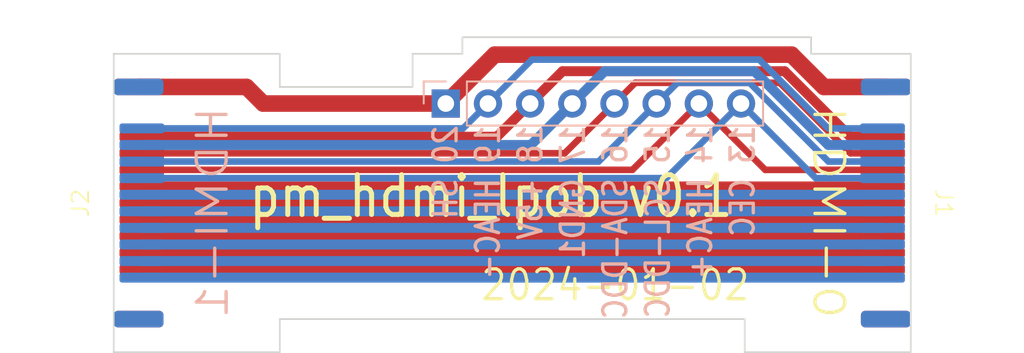
<source format=kicad_pcb>
(kicad_pcb (version 20221018) (generator pcbnew)
  (title_block (title "pm_hdmi_lpob_pcb") (date "2024-01-02") (rev "v0.1") (company "fm-elpac"))
  (layers (0 "F.Cu" signal) (31 "B.Cu" signal) (34 "B.Paste" user) (35 "F.Paste" user) (36 "B.SilkS" user "B.Silkscreen") (37 "F.SilkS" user "F.Silkscreen") (38 "B.Mask" user) (39 "F.Mask" user) (44 "Edge.Cuts" user))
  (net 0 "")
  (net 1 "Net-(J1-D2+)")
  (net 2 "Net-(J1-D2S)")
  (net 3 "Net-(J1-D2-)")
  (net 4 "Net-(J1-D1+)")
  (net 5 "Net-(J1-D1S)")
  (net 6 "Net-(J1-D1-)")
  (net 7 "Net-(J1-D0+)")
  (net 8 "Net-(J1-D0S)")
  (net 9 "Net-(J1-D0-)")
  (net 10 "Net-(J1-CK+)")
  (net 11 "Net-(J1-CKS)")
  (net 12 "Net-(J1-CK-)")
  (net 13 "/P13")
  (net 14 "/P14")
  (net 15 "/P15")
  (net 16 "/P16")
  (net 17 "/P17")
  (net 18 "/P18")
  (net 19 "/P19")
  (net 20 "GND")
  (footprint "hdmi_a:hdmi_a_0" (layer "F.Cu") (at 108 123 -90)
    (fp_text reference "J1" (at 0 -2 -90 unlocked) (layer "F.SilkS") (effects (font (thickness 0.1))))
    (fp_text value "HDMI_A_1.4")
    (pad "1" smd roundrect (at 4.5 1.7 270) (size 0.6 2.7) (layers "B.Cu" "B.Paste" "B.Mask") (net 1 "Net-(J1-D2+)"))
    (pad "2" smd roundrect (at 4 1.7 270) (size 0.6 2.7) (layers "F.Cu" "F.Paste" "F.Mask") (net 2 "Net-(J1-D2S)"))
    (pad "3" smd roundrect (at 3.5 1.7 270) (size 0.6 2.7) (layers "B.Cu" "B.Paste" "B.Mask") (net 3 "Net-(J1-D2-)"))
    (pad "4" smd roundrect (at 3 1.7 270) (size 0.6 2.7) (layers "F.Cu" "F.Paste" "F.Mask") (net 4 "Net-(J1-D1+)"))
    (pad "5" smd roundrect (at 2.5 1.7 270) (size 0.6 2.7) (layers "B.Cu" "B.Paste" "B.Mask") (net 5 "Net-(J1-D1S)"))
    (pad "6" smd roundrect (at 2 1.7 270) (size 0.6 2.7) (layers "F.Cu" "F.Paste" "F.Mask") (net 6 "Net-(J1-D1-)"))
    (pad "7" smd roundrect (at 1.5 1.7 270) (size 0.6 2.7) (layers "B.Cu" "B.Paste" "B.Mask") (net 7 "Net-(J1-D0+)"))
    (pad "8" smd roundrect (at 1 1.7 270) (size 0.6 2.7) (layers "F.Cu" "F.Paste" "F.Mask") (net 8 "Net-(J1-D0S)"))
    (pad "9" smd roundrect (at 0.5 1.7 270) (size 0.6 2.7) (layers "B.Cu" "B.Paste" "B.Mask") (net 9 "Net-(J1-D0-)"))
    (pad "10" smd roundrect (at 0 1.7 270) (size 0.6 2.7) (layers "F.Cu" "F.Paste" "F.Mask") (net 10 "Net-(J1-CK+)"))
    (pad "11" smd roundrect (at -0.5 1.7 270) (size 0.6 2.7) (layers "B.Cu" "B.Paste" "B.Mask") (net 11 "Net-(J1-CKS)"))
    (pad "12" smd roundrect (at -1 1.7 270) (size 0.6 2.7) (layers "F.Cu" "F.Paste" "F.Mask") (net 12 "Net-(J1-CK-)"))
    (pad "13" smd roundrect (at -1.5 1.7 270) (size 0.6 2.7) (layers "B.Cu" "B.Paste" "B.Mask") (net 13 "/P13"))
    (pad "14" smd roundrect (at -2 1.7 270) (size 0.6 2.7) (layers "F.Cu" "F.Paste" "F.Mask") (net 14 "/P14"))
    (pad "15" smd roundrect (at -2.5 1.7 270) (size 0.6 2.7) (layers "B.Cu" "B.Paste" "B.Mask") (net 15 "/P15"))
    (pad "16" smd roundrect (at -3 1.7 270) (size 0.6 2.7) (layers "F.Cu" "F.Paste" "F.Mask") (net 16 "/P16"))
    (pad "17" smd roundrect (at -3.5 1.7 270) (size 0.6 2.7) (layers "B.Cu" "B.Paste" "B.Mask") (net 17 "/P17"))
    (pad "18" smd roundrect (at -4 1.7 270) (size 0.6 2.7) (layers "F.Cu" "F.Paste" "F.Mask") (net 18 "/P18"))
    (pad "19" smd roundrect (at -4.5 1.7 270) (size 0.6 2.7) (layers "B.Cu" "B.Paste" "B.Mask") (net 19 "/P19"))
    (pad "SH" smd roundrect (at -7 1.5 270) (size 1 3) (layers "F.Cu" "F.Paste" "F.Mask") (net 20 "GND"))
    (pad "SH" smd roundrect (at -7 1.5 270) (size 1 3) (layers "B.Cu" "B.Paste" "B.Mask") (net 20 "GND"))
    (pad "SH" smd roundrect (at 7 1.5 270) (size 1 3) (layers "F.Cu" "F.Paste" "F.Mask") (net 20 "GND"))
    (pad "SH" smd roundrect (at 7 1.5 270) (size 1 3) (layers "B.Cu" "B.Paste" "B.Mask") (net 20 "GND"))
  )
  (footprint "hdmi_a:hdmi_a_1" (layer "F.Cu") (at 60 123 90)
    (fp_text reference "J2" (at 0 -2 90 unlocked) (layer "F.SilkS") (effects (font (thickness 0.1))))
    (fp_text value "HDMI_A_1.4")
    (pad "1" smd roundrect (at -4.5 1.7 90) (size 0.6 2.7) (layers "B.Cu" "B.Paste" "B.Mask") (net 1 "Net-(J1-D2+)"))
    (pad "2" smd roundrect (at -4 1.7 90) (size 0.6 2.7) (layers "F.Cu" "F.Paste" "F.Mask") (net 2 "Net-(J1-D2S)"))
    (pad "3" smd roundrect (at -3.5 1.7 90) (size 0.6 2.7) (layers "B.Cu" "B.Paste" "B.Mask") (net 3 "Net-(J1-D2-)"))
    (pad "4" smd roundrect (at -3 1.7 90) (size 0.6 2.7) (layers "F.Cu" "F.Paste" "F.Mask") (net 4 "Net-(J1-D1+)"))
    (pad "5" smd roundrect (at -2.5 1.7 90) (size 0.6 2.7) (layers "B.Cu" "B.Paste" "B.Mask") (net 5 "Net-(J1-D1S)"))
    (pad "6" smd roundrect (at -2 1.7 90) (size 0.6 2.7) (layers "F.Cu" "F.Paste" "F.Mask") (net 6 "Net-(J1-D1-)"))
    (pad "7" smd roundrect (at -1.5 1.7 90) (size 0.6 2.7) (layers "B.Cu" "B.Paste" "B.Mask") (net 7 "Net-(J1-D0+)"))
    (pad "8" smd roundrect (at -1 1.7 90) (size 0.6 2.7) (layers "F.Cu" "F.Paste" "F.Mask") (net 8 "Net-(J1-D0S)"))
    (pad "9" smd roundrect (at -0.5 1.7 90) (size 0.6 2.7) (layers "B.Cu" "B.Paste" "B.Mask") (net 9 "Net-(J1-D0-)"))
    (pad "10" smd roundrect (at 0 1.7 90) (size 0.6 2.7) (layers "F.Cu" "F.Paste" "F.Mask") (net 10 "Net-(J1-CK+)"))
    (pad "11" smd roundrect (at 0.5 1.7 90) (size 0.6 2.7) (layers "B.Cu" "B.Paste" "B.Mask") (net 11 "Net-(J1-CKS)"))
    (pad "12" smd roundrect (at 1 1.7 90) (size 0.6 2.7) (layers "F.Cu" "F.Paste" "F.Mask") (net 12 "Net-(J1-CK-)"))
    (pad "13" smd roundrect (at 1.5 1.7 90) (size 0.6 2.7) (layers "B.Cu" "B.Paste" "B.Mask") (net 13 "/P13"))
    (pad "14" smd roundrect (at 2 1.7 90) (size 0.6 2.7) (layers "F.Cu" "F.Paste" "F.Mask") (net 14 "/P14"))
    (pad "15" smd roundrect (at 2.5 1.7 90) (size 0.6 2.7) (layers "B.Cu" "B.Paste" "B.Mask") (net 15 "/P15"))
    (pad "16" smd roundrect (at 3 1.7 90) (size 0.6 2.7) (layers "F.Cu" "F.Paste" "F.Mask") (net 16 "/P16"))
    (pad "17" smd roundrect (at 3.5 1.7 90) (size 0.6 2.7) (layers "B.Cu" "B.Paste" "B.Mask") (net 17 "/P17"))
    (pad "18" smd roundrect (at 4 1.7 90) (size 0.6 2.7) (layers "F.Cu" "F.Paste" "F.Mask") (net 18 "/P18"))
    (pad "19" smd roundrect (at 4.5 1.7 90) (size 0.6 2.7) (layers "B.Cu" "B.Paste" "B.Mask") (net 19 "/P19"))
    (pad "SH" smd roundrect (at -7 1.5 90) (size 1 3) (layers "F.Cu" "F.Paste" "F.Mask") (net 20 "GND"))
    (pad "SH" smd roundrect (at -7 1.5 90) (size 1 3) (layers "B.Cu" "B.Paste" "B.Mask") (net 20 "GND"))
    (pad "SH" smd roundrect (at 7 1.5 90) (size 1 3) (layers "F.Cu" "F.Paste" "F.Mask") (net 20 "GND"))
    (pad "SH" smd roundrect (at 7 1.5 90) (size 1 3) (layers "B.Cu" "B.Paste" "B.Mask") (net 20 "GND"))
  )
  (footprint "Connector_PinHeader_2.54mm:PinHeader_1x08_P2.54mm_Vertical" (layer "B.Cu") (at 80 117 -90)
    (fp_text reference "J3" hide)
    (fp_text value "Conn_01x08_Pin")
    (fp_line (start -1.33 -19.11) (end 1.33 -19.11) (stroke (width 0.12)) (layer "B.SilkS"))
    (fp_line (start -1.33 -1.27) (end -1.33 -19.11) (stroke (width 0.12)) (layer "B.SilkS"))
    (fp_line (start -1.33 -1.27) (end 1.33 -1.27) (stroke (width 0.12)) (layer "B.SilkS"))
    (fp_line (start -1.33 0) (end -1.33 1.33) (stroke (width 0.12)) (layer "B.SilkS"))
    (fp_line (start -1.33 1.33) (end 0 1.33) (stroke (width 0.12)) (layer "B.SilkS"))
    (fp_line (start 1.33 -1.27) (end 1.33 -19.11) (stroke (width 0.12)) (layer "B.SilkS"))
    (pad "1" thru_hole rect (at 0 0 270) (size 1.7 1.7) (drill 1) (layers "*.Cu" "*.Mask") (net 20 "GND"))
    (pad "2" thru_hole oval (at 0 -2.54 270) (size 1.7 1.7) (drill 1) (layers "*.Cu" "*.Mask") (net 19 "/P19"))
    (pad "3" thru_hole oval (at 0 -5.08 270) (size 1.7 1.7) (drill 1) (layers "*.Cu" "*.Mask") (net 18 "/P18"))
    (pad "4" thru_hole oval (at 0 -7.62 270) (size 1.7 1.7) (drill 1) (layers "*.Cu" "*.Mask") (net 17 "/P17"))
    (pad "5" thru_hole oval (at 0 -10.16 270) (size 1.7 1.7) (drill 1) (layers "*.Cu" "*.Mask") (net 16 "/P16"))
    (pad "6" thru_hole oval (at 0 -12.7 270) (size 1.7 1.7) (drill 1) (layers "*.Cu" "*.Mask") (net 15 "/P15"))
    (pad "7" thru_hole oval (at 0 -15.24 270) (size 1.7 1.7) (drill 1) (layers "*.Cu" "*.Mask") (net 14 "/P14"))
    (pad "8" thru_hole oval (at 0 -17.78 270) (size 1.7 1.7) (drill 1) (layers "*.Cu" "*.Mask") (net 13 "/P13"))
  )
  (gr_line (start 81 114) (end 78 114) (stroke (width 0.1)) (layer "Edge.Cuts"))
  (gr_line (start 60 132) (end 70 132) (stroke (width 0.1)) (layer "Edge.Cuts"))
  (gr_line (start 70 114) (end 70 116) (stroke (width 0.1)) (layer "Edge.Cuts"))
  (gr_line (start 78 114) (end 78 116) (stroke (width 0.1)) (layer "Edge.Cuts"))
  (gr_line (start 98 130) (end 70 130) (stroke (width 0.1)) (layer "Edge.Cuts"))
  (gr_line (start 108 132) (end 98 132) (stroke (width 0.1)) (layer "Edge.Cuts"))
  (gr_line (start 108 114) (end 108 132) (stroke (width 0.1)) (layer "Edge.Cuts"))
  (gr_line (start 102 114) (end 102 113) (stroke (width 0.1)) (layer "Edge.Cuts"))
  (gr_line (start 108 114) (end 102 114) (stroke (width 0.1)) (layer "Edge.Cuts"))
  (gr_line (start 60 114) (end 70 114) (stroke (width 0.1)) (layer "Edge.Cuts"))
  (gr_line (start 60 114) (end 60 132) (stroke (width 0.1)) (layer "Edge.Cuts"))
  (gr_line (start 102 113) (end 81 113) (stroke (width 0.1)) (layer "Edge.Cuts"))
  (gr_line (start 70 116) (end 78 116) (stroke (width 0.1)) (layer "Edge.Cuts"))
  (gr_line (start 70 132) (end 70 130) (stroke (width 0.1)) (layer "Edge.Cuts"))
  (gr_line (start 98 132) (end 98 130) (stroke (width 0.1)) (layer "Edge.Cuts"))
  (gr_line (start 81 113) (end 81 114) (stroke (width 0.1)) (layer "Edge.Cuts"))
  (gr_text "HDMI-1" (at 67 117 90) (layer "B.SilkS") (effects (font (size 1.8 2.2) (thickness 0.2) bold) (justify left bottom mirror)))
  (gr_text "15 SCL-DDC" (at 93.58571 118.2 90) (layer "B.SilkS") (effects (font (size 1.4 1.2) (thickness 0.2) bold) (justify left bottom mirror)))
  (gr_text "18 +5V" (at 85.914284 118.2 90) (layer "B.SilkS") (effects (font (size 1.4 1.2) (thickness 0.2) bold) (justify left bottom mirror)))
  (gr_text "14 HEAC+" (at 96.142852 118.2 90) (layer "B.SilkS") (effects (font (size 1.4 1.2) (thickness 0.2) bold) (justify left bottom mirror)))
  (gr_text "20 SH" (at 80.8 118.2 90) (layer "B.SilkS") (effects (font (size 1.4 1.2) (thickness 0.2) bold) (justify left bottom mirror)))
  (gr_text "17 GND1" (at 88.471426 118.2 90) (layer "B.SilkS") (effects (font (size 1.4 1.2) (thickness 0.2) bold) (justify left bottom mirror)))
  (gr_text "13 CEC" (at 98.7 118.2 90) (layer "B.SilkS") (effects (font (size 1.4 1.2) (thickness 0.2) bold) (justify left bottom mirror)))
  (gr_text "19 HEAC-" (at 83.357142 118.2 90) (layer "B.SilkS") (effects (font (size 1.4 1.2) (thickness 0.2) bold) (justify left bottom mirror)))
  (gr_text "16 SDA-DDC" (at 91.028568 118.2 90) (layer "B.SilkS") (effects (font (size 1.4 1.2) (thickness 0.2) bold) (justify left bottom mirror)))
  (gr_text "2024-01-02" (at 82 129) (layer "F.SilkS") (effects (font (size 1.8 1.6) (thickness 0.2) bold) (justify left bottom)))
  (gr_text "pm_hdmi_lpob v0.1" (at 68 124) (layer "F.SilkS") (effects (font (size 2.4 2) (thickness 0.3) bold) (justify left bottom)))
  (gr_text "HDMI-0" (at 102 117 -90) (layer "F.SilkS") (effects (font (size 1.8 2.2) (thickness 0.2) bold) (justify left bottom)))
  (segment (start 61.7 127.5) (end 106.3 127.5) (width 0.6) (layer "B.Cu") (net 1))
  (segment (start 61.7 127) (end 106.3 127) (width 0.6) (layer "F.Cu") (net 2))
  (segment (start 61.7 126.5) (end 106.3 126.5) (width 0.6) (layer "B.Cu") (net 3))
  (segment (start 61.7 126) (end 106.3 126) (width 0.6) (layer "F.Cu") (net 4))
  (segment (start 61.7 125.5) (end 106.3 125.5) (width 0.6) (layer "B.Cu") (net 5))
  (segment (start 61.7 125) (end 106.3 125) (width 0.6) (layer "F.Cu") (net 6))
  (segment (start 61.7 124.5) (end 106.3 124.5) (width 0.6) (layer "B.Cu") (net 7))
  (segment (start 61.7 124) (end 106.3 124) (width 0.6) (layer "F.Cu") (net 8))
  (segment (start 61.7 123.5) (end 106.3 123.5) (width 0.6) (layer "B.Cu") (net 9))
  (segment (start 61.7 123) (end 106.3 123) (width 0.6) (layer "F.Cu") (net 10))
  (segment (start 61.7 122.5) (end 106.3 122.5) (width 0.6) (layer "B.Cu") (net 11))
  (segment (start 61.7 122) (end 106.3 122) (width 0.6) (layer "F.Cu") (net 12))
  (segment (start 93.28 121.5) (end 97.78 117) (width 0.4) (layer "B.Cu") (net 13))
  (segment (start 102.28 121.5) (end 97.78 117) (width 0.4) (layer "B.Cu") (net 13))
  (segment (start 106.3 121.5) (end 102.28 121.5) (width 0.4) (layer "B.Cu") (net 13))
  (segment (start 61.7 121.5) (end 93.28 121.5) (width 0.4) (layer "B.Cu") (net 13))
  (segment (start 99.24 121) (end 95.24 117) (width 0.4) (layer "F.Cu") (net 14))
  (segment (start 91.24 121) (end 95.24 117) (width 0.4) (layer "F.Cu") (net 14))
  (segment (start 61.7 121) (end 91.24 121) (width 0.4) (layer "F.Cu") (net 14))
  (segment (start 106.3 121) (end 99.24 121) (width 0.4) (layer "F.Cu") (net 14))
  (segment (start 61.7 120.5) (end 89.2 120.5) (width 0.4) (layer "B.Cu") (net 15))
  (segment (start 93.95 115.75) (end 92.7 117) (width 0.4) (layer "B.Cu") (net 15))
  (segment (start 98.297767 115.75) (end 93.95 115.75) (width 0.4) (layer "B.Cu") (net 15))
  (segment (start 106.3 120.5) (end 103.047767 120.5) (width 0.4) (layer "B.Cu") (net 15))
  (segment (start 89.2 120.5) (end 92.7 117) (width 0.4) (layer "B.Cu") (net 15))
  (segment (start 103.047767 120.5) (end 98.297767 115.75) (width 0.4) (layer "B.Cu") (net 15))
  (segment (start 91.41 115.75) (end 90.16 117) (width 0.4) (layer "F.Cu") (net 16))
  (segment (start 106.3 120) (end 104.368026 120) (width 0.4) (layer "F.Cu") (net 16))
  (segment (start 61.7 120) (end 87.16 120) (width 0.4) (layer "F.Cu") (net 16))
  (segment (start 104.368026 120) (end 100.118026 115.75) (width 0.4) (layer "F.Cu") (net 16))
  (segment (start 87.16 120) (end 90.16 117) (width 0.4) (layer "F.Cu") (net 16))
  (segment (start 100.118026 115.75) (end 91.41 115.75) (width 0.4) (layer "F.Cu") (net 16))
  (segment (start 106.3 119.5) (end 103.037717 119.5) (width 0.6) (layer "B.Cu") (net 17))
  (segment (start 98.587716 115.05) (end 89.57 115.05) (width 0.6) (layer "B.Cu") (net 17))
  (segment (start 85.12 119.5) (end 87.62 117) (width 0.6) (layer "B.Cu") (net 17))
  (segment (start 61.7 119.5) (end 85.12 119.5) (width 0.6) (layer "B.Cu") (net 17))
  (segment (start 89.57 115.05) (end 87.62 117) (width 0.6) (layer "B.Cu") (net 17))
  (segment (start 103.037717 119.5) (end 98.587716 115.05) (width 0.6) (layer "B.Cu") (net 17))
  (segment (start 104.357976 119) (end 100.407975 115.05) (width 0.6) (layer "F.Cu") (net 18))
  (segment (start 83.08 119) (end 85.08 117) (width 0.6) (layer "F.Cu") (net 18))
  (segment (start 87.03 115.05) (end 85.08 117) (width 0.6) (layer "F.Cu") (net 18))
  (segment (start 100.407975 115.05) (end 87.03 115.05) (width 0.6) (layer "F.Cu") (net 18))
  (segment (start 106.3 119) (end 104.357976 119) (width 0.6) (layer "F.Cu") (net 18))
  (segment (start 61.7 119) (end 83.08 119) (width 0.6) (layer "F.Cu") (net 18))
  (segment (start 61.7 118.5) (end 81.04 118.5) (width 0.4) (layer "B.Cu") (net 19))
  (segment (start 85.19 114.35) (end 82.54 117) (width 0.4) (layer "B.Cu") (net 19))
  (segment (start 98.877665 114.35) (end 85.19 114.35) (width 0.4) (layer "B.Cu") (net 19))
  (segment (start 106.3 118.5) (end 103.027667 118.5) (width 0.4) (layer "B.Cu") (net 19))
  (segment (start 103.027667 118.5) (end 98.877665 114.35) (width 0.4) (layer "B.Cu") (net 19))
  (segment (start 81.04 118.5) (end 82.54 117) (width 0.4) (layer "B.Cu") (net 19))
  (segment (start 102.772189 116) (end 100.822188 114.05) (width 1) (layer "F.Cu") (net 20))
  (segment (start 100.822188 114.05) (end 82.95 114.05) (width 1) (layer "F.Cu") (net 20))
  (segment (start 69 117) (end 80 117) (width 1) (layer "F.Cu") (net 20))
  (segment (start 82.95 114.05) (end 80 117) (width 1) (layer "F.Cu") (net 20))
  (segment (start 68 116) (end 69 117) (width 1) (layer "F.Cu") (net 20))
  (segment (start 61.5 116) (end 68 116) (width 1) (layer "F.Cu") (net 20))
  (segment (start 106.5 116) (end 102.772189 116) (width 1) (layer "F.Cu") (net 20))
)
</source>
